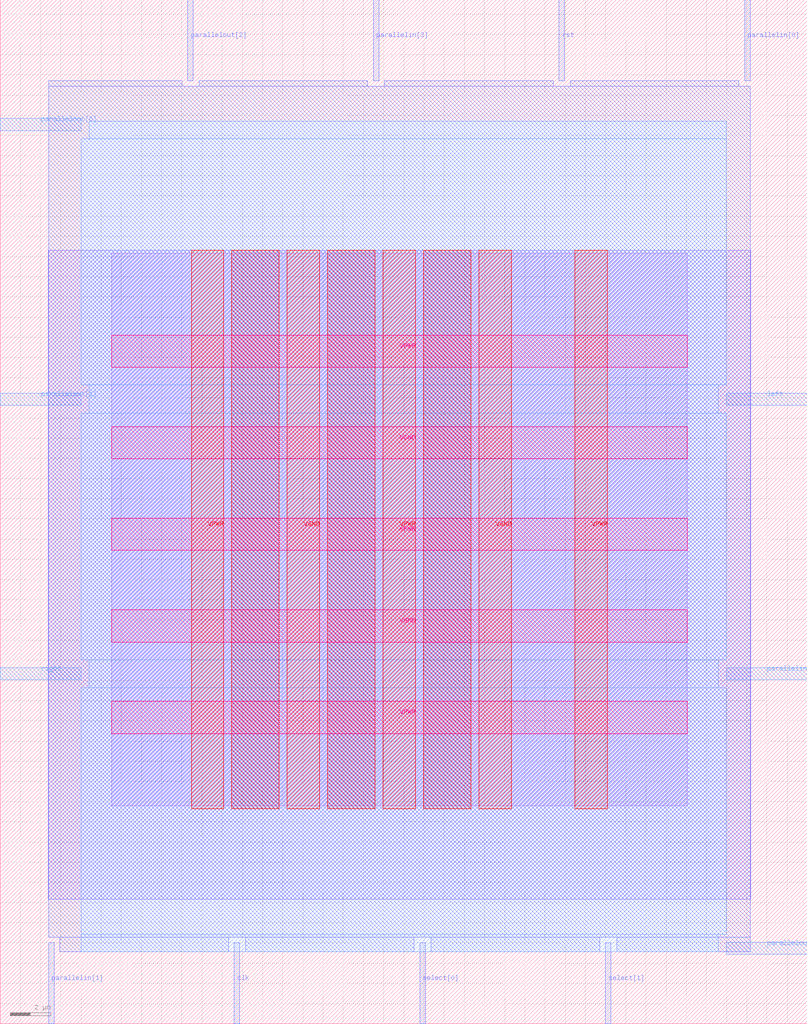
<source format=lef>
VERSION 5.7 ;
  NOWIREEXTENSIONATPIN ON ;
  DIVIDERCHAR "/" ;
  BUSBITCHARS "[]" ;
MACRO usr_nbit
  CLASS BLOCK ;
  FOREIGN usr_nbit ;
  ORIGIN 0.000 0.000 ;
  SIZE 39.995 BY 50.715 ;
  PIN clk
    DIRECTION INPUT ;
    USE SIGNAL ;
    PORT
      LAYER met2 ;
        RECT 11.590 0.000 11.870 4.000 ;
    END
  END clk
  PIN left
    DIRECTION INPUT ;
    USE SIGNAL ;
    PORT
      LAYER met3 ;
        RECT 35.995 30.640 39.995 31.240 ;
    END
  END left
  PIN parallelin[0]
    DIRECTION INPUT ;
    USE SIGNAL ;
    PORT
      LAYER met2 ;
        RECT 36.890 46.715 37.170 50.715 ;
    END
  END parallelin[0]
  PIN parallelin[1]
    DIRECTION INPUT ;
    USE SIGNAL ;
    PORT
      LAYER met2 ;
        RECT 2.390 0.000 2.670 4.000 ;
    END
  END parallelin[1]
  PIN parallelin[2]
    DIRECTION INPUT ;
    USE SIGNAL ;
    PORT
      LAYER met3 ;
        RECT 35.995 17.040 39.995 17.640 ;
    END
  END parallelin[2]
  PIN parallelin[3]
    DIRECTION INPUT ;
    USE SIGNAL ;
    PORT
      LAYER met2 ;
        RECT 18.490 46.715 18.770 50.715 ;
    END
  END parallelin[3]
  PIN parallelout[0]
    DIRECTION OUTPUT TRISTATE ;
    USE SIGNAL ;
    PORT
      LAYER met3 ;
        RECT 0.000 44.240 4.000 44.840 ;
    END
  END parallelout[0]
  PIN parallelout[1]
    DIRECTION OUTPUT TRISTATE ;
    USE SIGNAL ;
    PORT
      LAYER met3 ;
        RECT 0.000 30.640 4.000 31.240 ;
    END
  END parallelout[1]
  PIN parallelout[2]
    DIRECTION OUTPUT TRISTATE ;
    USE SIGNAL ;
    PORT
      LAYER met2 ;
        RECT 9.290 46.715 9.570 50.715 ;
    END
  END parallelout[2]
  PIN parallelout[3]
    DIRECTION OUTPUT TRISTATE ;
    USE SIGNAL ;
    PORT
      LAYER met3 ;
        RECT 35.995 3.440 39.995 4.040 ;
    END
  END parallelout[3]
  PIN right
    DIRECTION INPUT ;
    USE SIGNAL ;
    PORT
      LAYER met3 ;
        RECT 0.000 17.040 4.000 17.640 ;
    END
  END right
  PIN rst
    DIRECTION INPUT ;
    USE SIGNAL ;
    PORT
      LAYER met2 ;
        RECT 27.690 46.715 27.970 50.715 ;
    END
  END rst
  PIN select[0]
    DIRECTION INPUT ;
    USE SIGNAL ;
    PORT
      LAYER met2 ;
        RECT 20.790 0.000 21.070 4.000 ;
    END
  END select[0]
  PIN select[1]
    DIRECTION INPUT ;
    USE SIGNAL ;
    PORT
      LAYER met2 ;
        RECT 29.990 0.000 30.270 4.000 ;
    END
  END select[1]
  PIN VPWR
    DIRECTION INOUT ;
    USE POWER ;
    PORT
      LAYER met4 ;
        RECT 28.485 10.640 30.085 38.320 ;
    END
  END VPWR
  PIN VPWR
    DIRECTION INOUT ;
    USE POWER ;
    PORT
      LAYER met4 ;
        RECT 18.980 10.640 20.580 38.320 ;
    END
  END VPWR
  PIN VPWR
    DIRECTION INOUT ;
    USE POWER ;
    PORT
      LAYER met4 ;
        RECT 9.475 10.640 11.075 38.320 ;
    END
  END VPWR
  PIN VPWR
    DIRECTION INOUT ;
    USE POWER ;
    PORT
      LAYER met5 ;
        RECT 5.520 32.505 34.040 34.105 ;
    END
  END VPWR
  PIN VPWR
    DIRECTION INOUT ;
    USE POWER ;
    PORT
      LAYER met5 ;
        RECT 5.520 23.440 34.040 25.040 ;
    END
  END VPWR
  PIN VPWR
    DIRECTION INOUT ;
    USE POWER ;
    PORT
      LAYER met5 ;
        RECT 5.520 14.375 34.040 15.975 ;
    END
  END VPWR
  PIN VGND
    DIRECTION INOUT ;
    USE GROUND ;
    PORT
      LAYER met4 ;
        RECT 23.735 10.640 25.335 38.320 ;
    END
  END VGND
  PIN VGND
    DIRECTION INOUT ;
    USE GROUND ;
    PORT
      LAYER met4 ;
        RECT 14.225 10.640 15.825 38.320 ;
    END
  END VGND
  PIN VGND
    DIRECTION INOUT ;
    USE GROUND ;
    PORT
      LAYER met5 ;
        RECT 5.520 27.975 34.040 29.575 ;
    END
  END VGND
  PIN VGND
    DIRECTION INOUT ;
    USE GROUND ;
    PORT
      LAYER met5 ;
        RECT 5.520 18.905 34.040 20.505 ;
    END
  END VGND
  OBS
      LAYER li1 ;
        RECT 5.520 10.795 34.040 38.165 ;
      LAYER met1 ;
        RECT 2.370 6.160 37.190 38.320 ;
      LAYER met2 ;
        RECT 2.400 46.435 9.010 46.715 ;
        RECT 9.850 46.435 18.210 46.715 ;
        RECT 19.050 46.435 27.410 46.715 ;
        RECT 28.250 46.435 36.610 46.715 ;
        RECT 2.400 4.280 37.160 46.435 ;
        RECT 2.950 3.555 11.310 4.280 ;
        RECT 12.150 3.555 20.510 4.280 ;
        RECT 21.350 3.555 29.710 4.280 ;
        RECT 30.550 3.555 37.160 4.280 ;
      LAYER met3 ;
        RECT 4.400 43.840 35.995 44.705 ;
        RECT 4.000 31.640 35.995 43.840 ;
        RECT 4.400 30.240 35.595 31.640 ;
        RECT 4.000 18.040 35.995 30.240 ;
        RECT 4.400 16.640 35.595 18.040 ;
        RECT 4.000 4.440 35.995 16.640 ;
        RECT 4.000 3.575 35.595 4.440 ;
      LAYER met4 ;
        RECT 11.475 10.640 13.825 38.320 ;
        RECT 16.225 10.640 18.580 38.320 ;
        RECT 20.980 10.640 23.335 38.320 ;
  END
END usr_nbit
END LIBRARY


</source>
